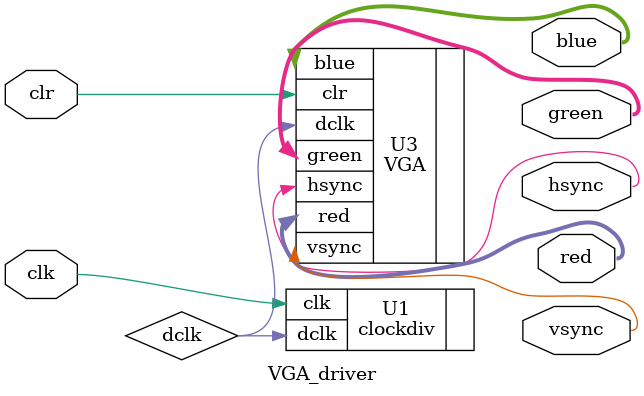
<source format=v>
`timescale 1ns / 1ps
module VGA_driver(
	input wire clk,			//master clock = 100MHz
	input wire clr,			//right-most pushbutton for reset
	// output wire [6:0] seg,	//7-segment display LEDs
	// output wire [2:0] an,	//7-segment display anode enable
	// output wire dp			//7-segment display decimal point
	output wire [2:0] red,	//red vga output - 3 bits
	output wire [2:0] green,   //green vga output - 3 bits
	output wire [1:0] blue,	//blue vga output - 2 bits
	output wire hsync,		//horizontal sync out
	output wire vsync		//vertical sync out
	);



// VGA display clock interconnect
 wire dclk;


// generate 7-segment clock & display clock
clockdiv U1(
	.clk(clk),
	//.clr(clr),
	// .segclk(segclk)
	.dclk(dclk)
	);



// VGA controller
VGA U3(
	.dclk(dclk),
	.clr(clr),
	.hsync(hsync),
	.vsync(vsync),
	.red(red),
	.green(green),
	.blue(blue)
	);

endmodule


</source>
